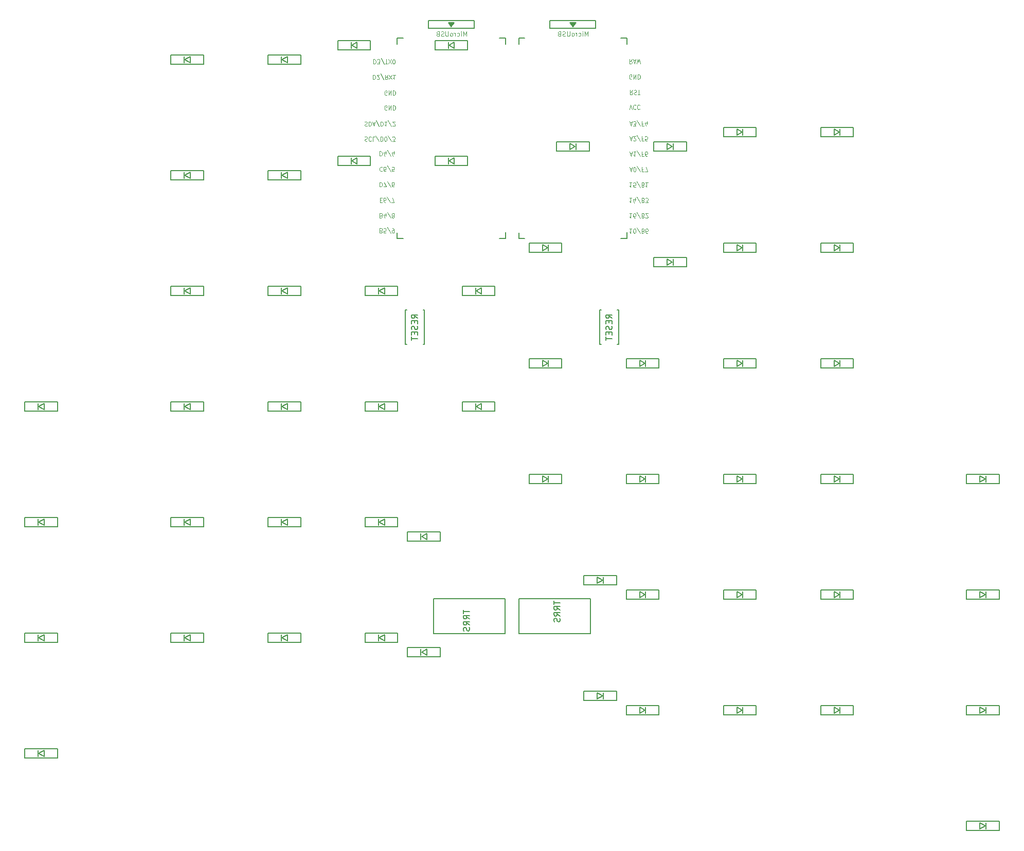
<source format=gbr>
%TF.GenerationSoftware,KiCad,Pcbnew,5.1.9+dfsg1-1*%
%TF.CreationDate,2021-04-08T16:28:42+09:00*%
%TF.ProjectId,not_enough_compositions,6e6f745f-656e-46f7-9567-685f636f6d70,rev?*%
%TF.SameCoordinates,Original*%
%TF.FileFunction,Legend,Bot*%
%TF.FilePolarity,Positive*%
%FSLAX46Y46*%
G04 Gerber Fmt 4.6, Leading zero omitted, Abs format (unit mm)*
G04 Created by KiCad (PCBNEW 5.1.9+dfsg1-1) date 2021-04-08 16:28:42*
%MOMM*%
%LPD*%
G01*
G04 APERTURE LIST*
%ADD10C,0.150000*%
%ADD11C,0.125000*%
%ADD12C,0.120000*%
G04 APERTURE END LIST*
D10*
%TO.C,J1*%
X127100000Y-126725000D02*
X138850000Y-126725000D01*
X127100000Y-120925000D02*
X127100000Y-126725000D01*
X138850000Y-120925000D02*
X127100000Y-120925000D01*
X138850000Y-126725000D02*
X138850000Y-120925000D01*
%TO.C,J2*%
X152900000Y-120925520D02*
X141150000Y-120925520D01*
X152900000Y-126725520D02*
X152900000Y-120925520D01*
X141150000Y-126725520D02*
X152900000Y-126725520D01*
X141150000Y-120925520D02*
X141150000Y-126725520D01*
%TO.C,SW1*%
X125600000Y-73350320D02*
X125350000Y-73350320D01*
X125600000Y-79050320D02*
X125600000Y-73350320D01*
X125600000Y-79050320D02*
X125350000Y-79050320D01*
X122400000Y-79050320D02*
X122650000Y-79050320D01*
X122400000Y-73350320D02*
X122650000Y-73350320D01*
X122400000Y-79050320D02*
X122400000Y-73350320D01*
%TO.C,SW2*%
X157600000Y-73350320D02*
X157600000Y-79050320D01*
X157600000Y-79050320D02*
X157350000Y-79050320D01*
X157600000Y-73350320D02*
X157350000Y-73350320D01*
X154400000Y-73350320D02*
X154650000Y-73350320D01*
X154400000Y-73350320D02*
X154400000Y-79050320D01*
X154400000Y-79050320D02*
X154650000Y-79050320D01*
%TO.C,U1*%
X121100000Y-61625160D02*
X122110000Y-61625160D01*
X138900000Y-61625160D02*
X137900000Y-61625160D01*
X121100000Y-60625160D02*
X121100000Y-61625160D01*
X138900000Y-60575160D02*
X138900000Y-61625160D01*
X121100000Y-28575160D02*
X122050000Y-28575160D01*
X138900000Y-28575160D02*
X137900000Y-28575160D01*
X121100000Y-28575160D02*
X121100000Y-29575160D01*
X138900000Y-28575160D02*
X138900000Y-29575160D01*
X133750000Y-25675160D02*
X133750000Y-26975160D01*
X133750000Y-26975160D02*
X126250000Y-26975160D01*
X126250000Y-26975160D02*
X126250000Y-25675160D01*
X126250000Y-25675160D02*
X133750000Y-25675160D01*
X130500000Y-26025160D02*
X129500000Y-26025160D01*
X129500000Y-26025160D02*
X130000000Y-26675160D01*
X130000000Y-26675160D02*
X130500000Y-26025160D01*
X130350000Y-26175160D02*
X129650000Y-26175160D01*
X130250000Y-26325160D02*
X129750000Y-26325160D01*
X130150000Y-26475160D02*
X129850000Y-26475160D01*
%TO.C,U2*%
X141100000Y-61625160D02*
X142110000Y-61625160D01*
X158900000Y-61625160D02*
X157900000Y-61625160D01*
X141100000Y-60625160D02*
X141100000Y-61625160D01*
X158900000Y-60575160D02*
X158900000Y-61625160D01*
X141100000Y-28575160D02*
X142050000Y-28575160D01*
X158900000Y-28575160D02*
X157900000Y-28575160D01*
X141100000Y-28575160D02*
X141100000Y-29575160D01*
X158900000Y-28575160D02*
X158900000Y-29575160D01*
X153750000Y-25675160D02*
X153750000Y-26975160D01*
X153750000Y-26975160D02*
X146250000Y-26975160D01*
X146250000Y-26975160D02*
X146250000Y-25675160D01*
X146250000Y-25675160D02*
X153750000Y-25675160D01*
X150500000Y-26025160D02*
X149500000Y-26025160D01*
X149500000Y-26025160D02*
X150000000Y-26675160D01*
X150000000Y-26675160D02*
X150500000Y-26025160D01*
X150350000Y-26175160D02*
X149650000Y-26175160D01*
X150250000Y-26325160D02*
X149750000Y-26325160D01*
X150150000Y-26475160D02*
X149850000Y-26475160D01*
%TO.C,D1*%
X129500000Y-30265750D02*
X129500000Y-29265750D01*
X129600000Y-29765750D02*
X130500000Y-30265750D01*
X130500000Y-29265750D02*
X129600000Y-29765750D01*
X130500000Y-30265750D02*
X130500000Y-29265750D01*
X132700000Y-30515750D02*
X132700000Y-29015750D01*
X127300000Y-30515750D02*
X127300000Y-29015750D01*
X132700000Y-30515750D02*
X127300000Y-30515750D01*
X127300000Y-29015750D02*
X132700000Y-29015750D01*
%TO.C,D2*%
X127300000Y-48065830D02*
X132700000Y-48065830D01*
X132700000Y-49565830D02*
X127300000Y-49565830D01*
X127300000Y-49565830D02*
X127300000Y-48065830D01*
X132700000Y-49565830D02*
X132700000Y-48065830D01*
X130500000Y-49315830D02*
X130500000Y-48315830D01*
X130500000Y-48315830D02*
X129600000Y-48815830D01*
X129600000Y-48815830D02*
X130500000Y-49315830D01*
X129500000Y-49315830D02*
X129500000Y-48315830D01*
%TO.C,D3*%
X134000000Y-70746875D02*
X134000000Y-69746875D01*
X134100000Y-70246875D02*
X135000000Y-70746875D01*
X135000000Y-69746875D02*
X134100000Y-70246875D01*
X135000000Y-70746875D02*
X135000000Y-69746875D01*
X137200000Y-70996875D02*
X137200000Y-69496875D01*
X131800000Y-70996875D02*
X131800000Y-69496875D01*
X137200000Y-70996875D02*
X131800000Y-70996875D01*
X131800000Y-69496875D02*
X137200000Y-69496875D01*
%TO.C,D4*%
X131800000Y-88546875D02*
X137200000Y-88546875D01*
X137200000Y-90046875D02*
X131800000Y-90046875D01*
X131800000Y-90046875D02*
X131800000Y-88546875D01*
X137200000Y-90046875D02*
X137200000Y-88546875D01*
X135000000Y-89796875D02*
X135000000Y-88796875D01*
X135000000Y-88796875D02*
X134100000Y-89296875D01*
X134100000Y-89296875D02*
X135000000Y-89796875D01*
X134000000Y-89796875D02*
X134000000Y-88796875D01*
%TO.C,D5*%
X125000000Y-111228590D02*
X125000000Y-110228590D01*
X125100000Y-110728590D02*
X126000000Y-111228590D01*
X126000000Y-110228590D02*
X125100000Y-110728590D01*
X126000000Y-111228590D02*
X126000000Y-110228590D01*
X128200000Y-111478590D02*
X128200000Y-109978590D01*
X122800000Y-111478590D02*
X122800000Y-109978590D01*
X128200000Y-111478590D02*
X122800000Y-111478590D01*
X122800000Y-109978590D02*
X128200000Y-109978590D01*
%TO.C,D6*%
X122800000Y-129028670D02*
X128200000Y-129028670D01*
X128200000Y-130528670D02*
X122800000Y-130528670D01*
X122800000Y-130528670D02*
X122800000Y-129028670D01*
X128200000Y-130528670D02*
X128200000Y-129028670D01*
X126000000Y-130278670D02*
X126000000Y-129278670D01*
X126000000Y-129278670D02*
X125100000Y-129778670D01*
X125100000Y-129778670D02*
X126000000Y-130278670D01*
X125000000Y-130278670D02*
X125000000Y-129278670D01*
%TO.C,D7*%
X155000000Y-136422450D02*
X155000000Y-137422450D01*
X154900000Y-136922450D02*
X154000000Y-136422450D01*
X154000000Y-137422450D02*
X154900000Y-136922450D01*
X154000000Y-136422450D02*
X154000000Y-137422450D01*
X151800000Y-136172450D02*
X151800000Y-137672450D01*
X157200000Y-136172450D02*
X157200000Y-137672450D01*
X151800000Y-136172450D02*
X157200000Y-136172450D01*
X157200000Y-137672450D02*
X151800000Y-137672450D01*
%TO.C,D8*%
X157200000Y-118622370D02*
X151800000Y-118622370D01*
X151800000Y-117122370D02*
X157200000Y-117122370D01*
X157200000Y-117122370D02*
X157200000Y-118622370D01*
X151800000Y-117122370D02*
X151800000Y-118622370D01*
X154000000Y-117372370D02*
X154000000Y-118372370D01*
X154000000Y-118372370D02*
X154900000Y-117872370D01*
X154900000Y-117872370D02*
X154000000Y-117372370D01*
X155000000Y-117372370D02*
X155000000Y-118372370D01*
%TO.C,D9*%
X146000000Y-100703550D02*
X146000000Y-101703550D01*
X145900000Y-101203550D02*
X145000000Y-100703550D01*
X145000000Y-101703550D02*
X145900000Y-101203550D01*
X145000000Y-100703550D02*
X145000000Y-101703550D01*
X142800000Y-100453550D02*
X142800000Y-101953550D01*
X148200000Y-100453550D02*
X148200000Y-101953550D01*
X142800000Y-100453550D02*
X148200000Y-100453550D01*
X148200000Y-101953550D02*
X142800000Y-101953550D01*
%TO.C,D10*%
X148200000Y-82903470D02*
X142800000Y-82903470D01*
X142800000Y-81403470D02*
X148200000Y-81403470D01*
X148200000Y-81403470D02*
X148200000Y-82903470D01*
X142800000Y-81403470D02*
X142800000Y-82903470D01*
X145000000Y-81653470D02*
X145000000Y-82653470D01*
X145000000Y-82653470D02*
X145900000Y-82153470D01*
X145900000Y-82153470D02*
X145000000Y-81653470D01*
X146000000Y-81653470D02*
X146000000Y-82653470D01*
%TO.C,D11*%
X148200000Y-63853125D02*
X142800000Y-63853125D01*
X142800000Y-62353125D02*
X148200000Y-62353125D01*
X148200000Y-62353125D02*
X148200000Y-63853125D01*
X142800000Y-62353125D02*
X142800000Y-63853125D01*
X145000000Y-62603125D02*
X145000000Y-63603125D01*
X145000000Y-63603125D02*
X145900000Y-63103125D01*
X145900000Y-63103125D02*
X145000000Y-62603125D01*
X146000000Y-62603125D02*
X146000000Y-63603125D01*
%TO.C,D12*%
X152700000Y-47184570D02*
X147300000Y-47184570D01*
X147300000Y-45684570D02*
X152700000Y-45684570D01*
X152700000Y-45684570D02*
X152700000Y-47184570D01*
X147300000Y-45684570D02*
X147300000Y-47184570D01*
X149500000Y-45934570D02*
X149500000Y-46934570D01*
X149500000Y-46934570D02*
X150400000Y-46434570D01*
X150400000Y-46434570D02*
X149500000Y-45934570D01*
X150500000Y-45934570D02*
X150500000Y-46934570D01*
%TO.C,D13*%
X113500000Y-30265750D02*
X113500000Y-29265750D01*
X113600000Y-29765750D02*
X114500000Y-30265750D01*
X114500000Y-29265750D02*
X113600000Y-29765750D01*
X114500000Y-30265750D02*
X114500000Y-29265750D01*
X116700000Y-30515750D02*
X116700000Y-29015750D01*
X111300000Y-30515750D02*
X111300000Y-29015750D01*
X116700000Y-30515750D02*
X111300000Y-30515750D01*
X111300000Y-29015750D02*
X116700000Y-29015750D01*
%TO.C,D14*%
X111300000Y-48065830D02*
X116700000Y-48065830D01*
X116700000Y-49565830D02*
X111300000Y-49565830D01*
X111300000Y-49565830D02*
X111300000Y-48065830D01*
X116700000Y-49565830D02*
X116700000Y-48065830D01*
X114500000Y-49315830D02*
X114500000Y-48315830D01*
X114500000Y-48315830D02*
X113600000Y-48815830D01*
X113600000Y-48815830D02*
X114500000Y-49315830D01*
X113500000Y-49315830D02*
X113500000Y-48315830D01*
%TO.C,D15*%
X115800000Y-69496875D02*
X121200000Y-69496875D01*
X121200000Y-70996875D02*
X115800000Y-70996875D01*
X115800000Y-70996875D02*
X115800000Y-69496875D01*
X121200000Y-70996875D02*
X121200000Y-69496875D01*
X119000000Y-70746875D02*
X119000000Y-69746875D01*
X119000000Y-69746875D02*
X118100000Y-70246875D01*
X118100000Y-70246875D02*
X119000000Y-70746875D01*
X118000000Y-70746875D02*
X118000000Y-69746875D01*
%TO.C,D16*%
X115800000Y-88546875D02*
X121200000Y-88546875D01*
X121200000Y-90046875D02*
X115800000Y-90046875D01*
X115800000Y-90046875D02*
X115800000Y-88546875D01*
X121200000Y-90046875D02*
X121200000Y-88546875D01*
X119000000Y-89796875D02*
X119000000Y-88796875D01*
X119000000Y-88796875D02*
X118100000Y-89296875D01*
X118100000Y-89296875D02*
X119000000Y-89796875D01*
X118000000Y-89796875D02*
X118000000Y-88796875D01*
%TO.C,D17*%
X118000000Y-108846875D02*
X118000000Y-107846875D01*
X118100000Y-108346875D02*
X119000000Y-108846875D01*
X119000000Y-107846875D02*
X118100000Y-108346875D01*
X119000000Y-108846875D02*
X119000000Y-107846875D01*
X121200000Y-109096875D02*
X121200000Y-107596875D01*
X115800000Y-109096875D02*
X115800000Y-107596875D01*
X121200000Y-109096875D02*
X115800000Y-109096875D01*
X115800000Y-107596875D02*
X121200000Y-107596875D01*
%TO.C,D18*%
X115800000Y-126646875D02*
X121200000Y-126646875D01*
X121200000Y-128146875D02*
X115800000Y-128146875D01*
X115800000Y-128146875D02*
X115800000Y-126646875D01*
X121200000Y-128146875D02*
X121200000Y-126646875D01*
X119000000Y-127896875D02*
X119000000Y-126896875D01*
X119000000Y-126896875D02*
X118100000Y-127396875D01*
X118100000Y-127396875D02*
X119000000Y-127896875D01*
X118000000Y-127896875D02*
X118000000Y-126896875D01*
%TO.C,D19*%
X162000000Y-138803710D02*
X162000000Y-139803710D01*
X161900000Y-139303710D02*
X161000000Y-138803710D01*
X161000000Y-139803710D02*
X161900000Y-139303710D01*
X161000000Y-138803710D02*
X161000000Y-139803710D01*
X158800000Y-138553710D02*
X158800000Y-140053710D01*
X164200000Y-138553710D02*
X164200000Y-140053710D01*
X158800000Y-138553710D02*
X164200000Y-138553710D01*
X164200000Y-140053710D02*
X158800000Y-140053710D01*
%TO.C,D20*%
X164200000Y-121003630D02*
X158800000Y-121003630D01*
X158800000Y-119503630D02*
X164200000Y-119503630D01*
X164200000Y-119503630D02*
X164200000Y-121003630D01*
X158800000Y-119503630D02*
X158800000Y-121003630D01*
X161000000Y-119753630D02*
X161000000Y-120753630D01*
X161000000Y-120753630D02*
X161900000Y-120253630D01*
X161900000Y-120253630D02*
X161000000Y-119753630D01*
X162000000Y-119753630D02*
X162000000Y-120753630D01*
%TO.C,D21*%
X162000000Y-100703550D02*
X162000000Y-101703550D01*
X161900000Y-101203550D02*
X161000000Y-100703550D01*
X161000000Y-101703550D02*
X161900000Y-101203550D01*
X161000000Y-100703550D02*
X161000000Y-101703550D01*
X158800000Y-100453550D02*
X158800000Y-101953550D01*
X164200000Y-100453550D02*
X164200000Y-101953550D01*
X158800000Y-100453550D02*
X164200000Y-100453550D01*
X164200000Y-101953550D02*
X158800000Y-101953550D01*
%TO.C,D22*%
X164200000Y-82903470D02*
X158800000Y-82903470D01*
X158800000Y-81403470D02*
X164200000Y-81403470D01*
X164200000Y-81403470D02*
X164200000Y-82903470D01*
X158800000Y-81403470D02*
X158800000Y-82903470D01*
X161000000Y-81653470D02*
X161000000Y-82653470D01*
X161000000Y-82653470D02*
X161900000Y-82153470D01*
X161900000Y-82153470D02*
X161000000Y-81653470D01*
X162000000Y-81653470D02*
X162000000Y-82653470D01*
%TO.C,D23*%
X166500000Y-64984650D02*
X166500000Y-65984650D01*
X166400000Y-65484650D02*
X165500000Y-64984650D01*
X165500000Y-65984650D02*
X166400000Y-65484650D01*
X165500000Y-64984650D02*
X165500000Y-65984650D01*
X163300000Y-64734650D02*
X163300000Y-66234650D01*
X168700000Y-64734650D02*
X168700000Y-66234650D01*
X163300000Y-64734650D02*
X168700000Y-64734650D01*
X168700000Y-66234650D02*
X163300000Y-66234650D01*
%TO.C,D24*%
X168700000Y-47184570D02*
X163300000Y-47184570D01*
X163300000Y-45684570D02*
X168700000Y-45684570D01*
X168700000Y-45684570D02*
X168700000Y-47184570D01*
X163300000Y-45684570D02*
X163300000Y-47184570D01*
X165500000Y-45934570D02*
X165500000Y-46934570D01*
X165500000Y-46934570D02*
X166400000Y-46434570D01*
X166400000Y-46434570D02*
X165500000Y-45934570D01*
X166500000Y-45934570D02*
X166500000Y-46934570D01*
%TO.C,D25*%
X102000000Y-32646875D02*
X102000000Y-31646875D01*
X102100000Y-32146875D02*
X103000000Y-32646875D01*
X103000000Y-31646875D02*
X102100000Y-32146875D01*
X103000000Y-32646875D02*
X103000000Y-31646875D01*
X105200000Y-32896875D02*
X105200000Y-31396875D01*
X99800000Y-32896875D02*
X99800000Y-31396875D01*
X105200000Y-32896875D02*
X99800000Y-32896875D01*
X99800000Y-31396875D02*
X105200000Y-31396875D01*
%TO.C,D26*%
X99800000Y-50446875D02*
X105200000Y-50446875D01*
X105200000Y-51946875D02*
X99800000Y-51946875D01*
X99800000Y-51946875D02*
X99800000Y-50446875D01*
X105200000Y-51946875D02*
X105200000Y-50446875D01*
X103000000Y-51696875D02*
X103000000Y-50696875D01*
X103000000Y-50696875D02*
X102100000Y-51196875D01*
X102100000Y-51196875D02*
X103000000Y-51696875D01*
X102000000Y-51696875D02*
X102000000Y-50696875D01*
%TO.C,D27*%
X102000000Y-70746875D02*
X102000000Y-69746875D01*
X102100000Y-70246875D02*
X103000000Y-70746875D01*
X103000000Y-69746875D02*
X102100000Y-70246875D01*
X103000000Y-70746875D02*
X103000000Y-69746875D01*
X105200000Y-70996875D02*
X105200000Y-69496875D01*
X99800000Y-70996875D02*
X99800000Y-69496875D01*
X105200000Y-70996875D02*
X99800000Y-70996875D01*
X99800000Y-69496875D02*
X105200000Y-69496875D01*
%TO.C,D28*%
X99800000Y-88546875D02*
X105200000Y-88546875D01*
X105200000Y-90046875D02*
X99800000Y-90046875D01*
X99800000Y-90046875D02*
X99800000Y-88546875D01*
X105200000Y-90046875D02*
X105200000Y-88546875D01*
X103000000Y-89796875D02*
X103000000Y-88796875D01*
X103000000Y-88796875D02*
X102100000Y-89296875D01*
X102100000Y-89296875D02*
X103000000Y-89796875D01*
X102000000Y-89796875D02*
X102000000Y-88796875D01*
%TO.C,D29*%
X102000000Y-108846875D02*
X102000000Y-107846875D01*
X102100000Y-108346875D02*
X103000000Y-108846875D01*
X103000000Y-107846875D02*
X102100000Y-108346875D01*
X103000000Y-108846875D02*
X103000000Y-107846875D01*
X105200000Y-109096875D02*
X105200000Y-107596875D01*
X99800000Y-109096875D02*
X99800000Y-107596875D01*
X105200000Y-109096875D02*
X99800000Y-109096875D01*
X99800000Y-107596875D02*
X105200000Y-107596875D01*
%TO.C,D30*%
X102000000Y-127896875D02*
X102000000Y-126896875D01*
X102100000Y-127396875D02*
X103000000Y-127896875D01*
X103000000Y-126896875D02*
X102100000Y-127396875D01*
X103000000Y-127896875D02*
X103000000Y-126896875D01*
X105200000Y-128146875D02*
X105200000Y-126646875D01*
X99800000Y-128146875D02*
X99800000Y-126646875D01*
X105200000Y-128146875D02*
X99800000Y-128146875D01*
X99800000Y-126646875D02*
X105200000Y-126646875D01*
%TO.C,D31*%
X178000000Y-138803710D02*
X178000000Y-139803710D01*
X177900000Y-139303710D02*
X177000000Y-138803710D01*
X177000000Y-139803710D02*
X177900000Y-139303710D01*
X177000000Y-138803710D02*
X177000000Y-139803710D01*
X174800000Y-138553710D02*
X174800000Y-140053710D01*
X180200000Y-138553710D02*
X180200000Y-140053710D01*
X174800000Y-138553710D02*
X180200000Y-138553710D01*
X180200000Y-140053710D02*
X174800000Y-140053710D01*
%TO.C,D32*%
X178000000Y-119753630D02*
X178000000Y-120753630D01*
X177900000Y-120253630D02*
X177000000Y-119753630D01*
X177000000Y-120753630D02*
X177900000Y-120253630D01*
X177000000Y-119753630D02*
X177000000Y-120753630D01*
X174800000Y-119503630D02*
X174800000Y-121003630D01*
X180200000Y-119503630D02*
X180200000Y-121003630D01*
X174800000Y-119503630D02*
X180200000Y-119503630D01*
X180200000Y-121003630D02*
X174800000Y-121003630D01*
%TO.C,D33*%
X180200000Y-101953550D02*
X174800000Y-101953550D01*
X174800000Y-100453550D02*
X180200000Y-100453550D01*
X180200000Y-100453550D02*
X180200000Y-101953550D01*
X174800000Y-100453550D02*
X174800000Y-101953550D01*
X177000000Y-100703550D02*
X177000000Y-101703550D01*
X177000000Y-101703550D02*
X177900000Y-101203550D01*
X177900000Y-101203550D02*
X177000000Y-100703550D01*
X178000000Y-100703550D02*
X178000000Y-101703550D01*
%TO.C,D34*%
X178000000Y-81653470D02*
X178000000Y-82653470D01*
X177900000Y-82153470D02*
X177000000Y-81653470D01*
X177000000Y-82653470D02*
X177900000Y-82153470D01*
X177000000Y-81653470D02*
X177000000Y-82653470D01*
X174800000Y-81403470D02*
X174800000Y-82903470D01*
X180200000Y-81403470D02*
X180200000Y-82903470D01*
X174800000Y-81403470D02*
X180200000Y-81403470D01*
X180200000Y-82903470D02*
X174800000Y-82903470D01*
%TO.C,D35*%
X178000000Y-62603390D02*
X178000000Y-63603390D01*
X177900000Y-63103390D02*
X177000000Y-62603390D01*
X177000000Y-63603390D02*
X177900000Y-63103390D01*
X177000000Y-62603390D02*
X177000000Y-63603390D01*
X174800000Y-62353390D02*
X174800000Y-63853390D01*
X180200000Y-62353390D02*
X180200000Y-63853390D01*
X174800000Y-62353390D02*
X180200000Y-62353390D01*
X180200000Y-63853390D02*
X174800000Y-63853390D01*
%TO.C,D36*%
X180200000Y-44803310D02*
X174800000Y-44803310D01*
X174800000Y-43303310D02*
X180200000Y-43303310D01*
X180200000Y-43303310D02*
X180200000Y-44803310D01*
X174800000Y-43303310D02*
X174800000Y-44803310D01*
X177000000Y-43553310D02*
X177000000Y-44553310D01*
X177000000Y-44553310D02*
X177900000Y-44053310D01*
X177900000Y-44053310D02*
X177000000Y-43553310D01*
X178000000Y-43553310D02*
X178000000Y-44553310D01*
%TO.C,D37*%
X83800000Y-31396875D02*
X89200000Y-31396875D01*
X89200000Y-32896875D02*
X83800000Y-32896875D01*
X83800000Y-32896875D02*
X83800000Y-31396875D01*
X89200000Y-32896875D02*
X89200000Y-31396875D01*
X87000000Y-32646875D02*
X87000000Y-31646875D01*
X87000000Y-31646875D02*
X86100000Y-32146875D01*
X86100000Y-32146875D02*
X87000000Y-32646875D01*
X86000000Y-32646875D02*
X86000000Y-31646875D01*
%TO.C,D38*%
X83800000Y-50446875D02*
X89200000Y-50446875D01*
X89200000Y-51946875D02*
X83800000Y-51946875D01*
X83800000Y-51946875D02*
X83800000Y-50446875D01*
X89200000Y-51946875D02*
X89200000Y-50446875D01*
X87000000Y-51696875D02*
X87000000Y-50696875D01*
X87000000Y-50696875D02*
X86100000Y-51196875D01*
X86100000Y-51196875D02*
X87000000Y-51696875D01*
X86000000Y-51696875D02*
X86000000Y-50696875D01*
%TO.C,D39*%
X86000000Y-70746875D02*
X86000000Y-69746875D01*
X86100000Y-70246875D02*
X87000000Y-70746875D01*
X87000000Y-69746875D02*
X86100000Y-70246875D01*
X87000000Y-70746875D02*
X87000000Y-69746875D01*
X89200000Y-70996875D02*
X89200000Y-69496875D01*
X83800000Y-70996875D02*
X83800000Y-69496875D01*
X89200000Y-70996875D02*
X83800000Y-70996875D01*
X83800000Y-69496875D02*
X89200000Y-69496875D01*
%TO.C,D40*%
X83800000Y-88546875D02*
X89200000Y-88546875D01*
X89200000Y-90046875D02*
X83800000Y-90046875D01*
X83800000Y-90046875D02*
X83800000Y-88546875D01*
X89200000Y-90046875D02*
X89200000Y-88546875D01*
X87000000Y-89796875D02*
X87000000Y-88796875D01*
X87000000Y-88796875D02*
X86100000Y-89296875D01*
X86100000Y-89296875D02*
X87000000Y-89796875D01*
X86000000Y-89796875D02*
X86000000Y-88796875D01*
%TO.C,D41*%
X86000000Y-108846875D02*
X86000000Y-107846875D01*
X86100000Y-108346875D02*
X87000000Y-108846875D01*
X87000000Y-107846875D02*
X86100000Y-108346875D01*
X87000000Y-108846875D02*
X87000000Y-107846875D01*
X89200000Y-109096875D02*
X89200000Y-107596875D01*
X83800000Y-109096875D02*
X83800000Y-107596875D01*
X89200000Y-109096875D02*
X83800000Y-109096875D01*
X83800000Y-107596875D02*
X89200000Y-107596875D01*
%TO.C,D42*%
X83800000Y-126646875D02*
X89200000Y-126646875D01*
X89200000Y-128146875D02*
X83800000Y-128146875D01*
X83800000Y-128146875D02*
X83800000Y-126646875D01*
X89200000Y-128146875D02*
X89200000Y-126646875D01*
X87000000Y-127896875D02*
X87000000Y-126896875D01*
X87000000Y-126896875D02*
X86100000Y-127396875D01*
X86100000Y-127396875D02*
X87000000Y-127896875D01*
X86000000Y-127896875D02*
X86000000Y-126896875D01*
%TO.C,D43*%
X194000000Y-138803710D02*
X194000000Y-139803710D01*
X193900000Y-139303710D02*
X193000000Y-138803710D01*
X193000000Y-139803710D02*
X193900000Y-139303710D01*
X193000000Y-138803710D02*
X193000000Y-139803710D01*
X190800000Y-138553710D02*
X190800000Y-140053710D01*
X196200000Y-138553710D02*
X196200000Y-140053710D01*
X190800000Y-138553710D02*
X196200000Y-138553710D01*
X196200000Y-140053710D02*
X190800000Y-140053710D01*
%TO.C,D44*%
X196200000Y-121003630D02*
X190800000Y-121003630D01*
X190800000Y-119503630D02*
X196200000Y-119503630D01*
X196200000Y-119503630D02*
X196200000Y-121003630D01*
X190800000Y-119503630D02*
X190800000Y-121003630D01*
X193000000Y-119753630D02*
X193000000Y-120753630D01*
X193000000Y-120753630D02*
X193900000Y-120253630D01*
X193900000Y-120253630D02*
X193000000Y-119753630D01*
X194000000Y-119753630D02*
X194000000Y-120753630D01*
%TO.C,D45*%
X194000000Y-100703550D02*
X194000000Y-101703550D01*
X193900000Y-101203550D02*
X193000000Y-100703550D01*
X193000000Y-101703550D02*
X193900000Y-101203550D01*
X193000000Y-100703550D02*
X193000000Y-101703550D01*
X190800000Y-100453550D02*
X190800000Y-101953550D01*
X196200000Y-100453550D02*
X196200000Y-101953550D01*
X190800000Y-100453550D02*
X196200000Y-100453550D01*
X196200000Y-101953550D02*
X190800000Y-101953550D01*
%TO.C,D46*%
X196200000Y-82903470D02*
X190800000Y-82903470D01*
X190800000Y-81403470D02*
X196200000Y-81403470D01*
X196200000Y-81403470D02*
X196200000Y-82903470D01*
X190800000Y-81403470D02*
X190800000Y-82903470D01*
X193000000Y-81653470D02*
X193000000Y-82653470D01*
X193000000Y-82653470D02*
X193900000Y-82153470D01*
X193900000Y-82153470D02*
X193000000Y-81653470D01*
X194000000Y-81653470D02*
X194000000Y-82653470D01*
%TO.C,D47*%
X194000000Y-62603390D02*
X194000000Y-63603390D01*
X193900000Y-63103390D02*
X193000000Y-62603390D01*
X193000000Y-63603390D02*
X193900000Y-63103390D01*
X193000000Y-62603390D02*
X193000000Y-63603390D01*
X190800000Y-62353390D02*
X190800000Y-63853390D01*
X196200000Y-62353390D02*
X196200000Y-63853390D01*
X190800000Y-62353390D02*
X196200000Y-62353390D01*
X196200000Y-63853390D02*
X190800000Y-63853390D01*
%TO.C,D48*%
X196200000Y-44803310D02*
X190800000Y-44803310D01*
X190800000Y-43303310D02*
X196200000Y-43303310D01*
X196200000Y-43303310D02*
X196200000Y-44803310D01*
X190800000Y-43303310D02*
X190800000Y-44803310D01*
X193000000Y-43553310D02*
X193000000Y-44553310D01*
X193000000Y-44553310D02*
X193900000Y-44053310D01*
X193900000Y-44053310D02*
X193000000Y-43553310D01*
X194000000Y-43553310D02*
X194000000Y-44553310D01*
%TO.C,D49*%
X59800000Y-88546875D02*
X65200000Y-88546875D01*
X65200000Y-90046875D02*
X59800000Y-90046875D01*
X59800000Y-90046875D02*
X59800000Y-88546875D01*
X65200000Y-90046875D02*
X65200000Y-88546875D01*
X63000000Y-89796875D02*
X63000000Y-88796875D01*
X63000000Y-88796875D02*
X62100000Y-89296875D01*
X62100000Y-89296875D02*
X63000000Y-89796875D01*
X62000000Y-89796875D02*
X62000000Y-88796875D01*
%TO.C,D50*%
X59800000Y-107596875D02*
X65200000Y-107596875D01*
X65200000Y-109096875D02*
X59800000Y-109096875D01*
X59800000Y-109096875D02*
X59800000Y-107596875D01*
X65200000Y-109096875D02*
X65200000Y-107596875D01*
X63000000Y-108846875D02*
X63000000Y-107846875D01*
X63000000Y-107846875D02*
X62100000Y-108346875D01*
X62100000Y-108346875D02*
X63000000Y-108846875D01*
X62000000Y-108846875D02*
X62000000Y-107846875D01*
%TO.C,D51*%
X62000000Y-127896875D02*
X62000000Y-126896875D01*
X62100000Y-127396875D02*
X63000000Y-127896875D01*
X63000000Y-126896875D02*
X62100000Y-127396875D01*
X63000000Y-127896875D02*
X63000000Y-126896875D01*
X65200000Y-128146875D02*
X65200000Y-126646875D01*
X59800000Y-128146875D02*
X59800000Y-126646875D01*
X65200000Y-128146875D02*
X59800000Y-128146875D01*
X59800000Y-126646875D02*
X65200000Y-126646875D01*
%TO.C,D52*%
X59800000Y-145696875D02*
X65200000Y-145696875D01*
X65200000Y-147196875D02*
X59800000Y-147196875D01*
X59800000Y-147196875D02*
X59800000Y-145696875D01*
X65200000Y-147196875D02*
X65200000Y-145696875D01*
X63000000Y-146946875D02*
X63000000Y-145946875D01*
X63000000Y-145946875D02*
X62100000Y-146446875D01*
X62100000Y-146446875D02*
X63000000Y-146946875D01*
X62000000Y-146946875D02*
X62000000Y-145946875D01*
%TO.C,D53*%
X220200000Y-140053125D02*
X214800000Y-140053125D01*
X214800000Y-138553125D02*
X220200000Y-138553125D01*
X220200000Y-138553125D02*
X220200000Y-140053125D01*
X214800000Y-138553125D02*
X214800000Y-140053125D01*
X217000000Y-138803125D02*
X217000000Y-139803125D01*
X217000000Y-139803125D02*
X217900000Y-139303125D01*
X217900000Y-139303125D02*
X217000000Y-138803125D01*
X218000000Y-138803125D02*
X218000000Y-139803125D01*
%TO.C,D54*%
X220200000Y-159103125D02*
X214800000Y-159103125D01*
X214800000Y-157603125D02*
X220200000Y-157603125D01*
X220200000Y-157603125D02*
X220200000Y-159103125D01*
X214800000Y-157603125D02*
X214800000Y-159103125D01*
X217000000Y-157853125D02*
X217000000Y-158853125D01*
X217000000Y-158853125D02*
X217900000Y-158353125D01*
X217900000Y-158353125D02*
X217000000Y-157853125D01*
X218000000Y-157853125D02*
X218000000Y-158853125D01*
%TO.C,D55*%
X218000000Y-100703125D02*
X218000000Y-101703125D01*
X217900000Y-101203125D02*
X217000000Y-100703125D01*
X217000000Y-101703125D02*
X217900000Y-101203125D01*
X217000000Y-100703125D02*
X217000000Y-101703125D01*
X214800000Y-100453125D02*
X214800000Y-101953125D01*
X220200000Y-100453125D02*
X220200000Y-101953125D01*
X214800000Y-100453125D02*
X220200000Y-100453125D01*
X220200000Y-101953125D02*
X214800000Y-101953125D01*
%TO.C,D56*%
X220200000Y-121003125D02*
X214800000Y-121003125D01*
X214800000Y-119503125D02*
X220200000Y-119503125D01*
X220200000Y-119503125D02*
X220200000Y-121003125D01*
X214800000Y-119503125D02*
X214800000Y-121003125D01*
X217000000Y-119753125D02*
X217000000Y-120753125D01*
X217000000Y-120753125D02*
X217900000Y-120253125D01*
X217900000Y-120253125D02*
X217000000Y-119753125D01*
X218000000Y-119753125D02*
X218000000Y-120753125D01*
%TO.C,J1*%
X132002380Y-122813095D02*
X132002380Y-123384523D01*
X133002380Y-123098809D02*
X132002380Y-123098809D01*
X133002380Y-124289285D02*
X132526190Y-123955952D01*
X133002380Y-123717857D02*
X132002380Y-123717857D01*
X132002380Y-124098809D01*
X132050000Y-124194047D01*
X132097619Y-124241666D01*
X132192857Y-124289285D01*
X132335714Y-124289285D01*
X132430952Y-124241666D01*
X132478571Y-124194047D01*
X132526190Y-124098809D01*
X132526190Y-123717857D01*
X133002380Y-125289285D02*
X132526190Y-124955952D01*
X133002380Y-124717857D02*
X132002380Y-124717857D01*
X132002380Y-125098809D01*
X132050000Y-125194047D01*
X132097619Y-125241666D01*
X132192857Y-125289285D01*
X132335714Y-125289285D01*
X132430952Y-125241666D01*
X132478571Y-125194047D01*
X132526190Y-125098809D01*
X132526190Y-124717857D01*
X132954761Y-125670238D02*
X133002380Y-125813095D01*
X133002380Y-126051190D01*
X132954761Y-126146428D01*
X132907142Y-126194047D01*
X132811904Y-126241666D01*
X132716666Y-126241666D01*
X132621428Y-126194047D01*
X132573809Y-126146428D01*
X132526190Y-126051190D01*
X132478571Y-125860714D01*
X132430952Y-125765476D01*
X132383333Y-125717857D01*
X132288095Y-125670238D01*
X132192857Y-125670238D01*
X132097619Y-125717857D01*
X132050000Y-125765476D01*
X132002380Y-125860714D01*
X132002380Y-126098809D01*
X132050000Y-126241666D01*
%TO.C,J2*%
X146902380Y-121313615D02*
X146902380Y-121885043D01*
X147902380Y-121599329D02*
X146902380Y-121599329D01*
X147902380Y-122789805D02*
X147426190Y-122456472D01*
X147902380Y-122218377D02*
X146902380Y-122218377D01*
X146902380Y-122599329D01*
X146950000Y-122694567D01*
X146997619Y-122742186D01*
X147092857Y-122789805D01*
X147235714Y-122789805D01*
X147330952Y-122742186D01*
X147378571Y-122694567D01*
X147426190Y-122599329D01*
X147426190Y-122218377D01*
X147902380Y-123789805D02*
X147426190Y-123456472D01*
X147902380Y-123218377D02*
X146902380Y-123218377D01*
X146902380Y-123599329D01*
X146950000Y-123694567D01*
X146997619Y-123742186D01*
X147092857Y-123789805D01*
X147235714Y-123789805D01*
X147330952Y-123742186D01*
X147378571Y-123694567D01*
X147426190Y-123599329D01*
X147426190Y-123218377D01*
X147854761Y-124170758D02*
X147902380Y-124313615D01*
X147902380Y-124551710D01*
X147854761Y-124646948D01*
X147807142Y-124694567D01*
X147711904Y-124742186D01*
X147616666Y-124742186D01*
X147521428Y-124694567D01*
X147473809Y-124646948D01*
X147426190Y-124551710D01*
X147378571Y-124361234D01*
X147330952Y-124265996D01*
X147283333Y-124218377D01*
X147188095Y-124170758D01*
X147092857Y-124170758D01*
X146997619Y-124218377D01*
X146950000Y-124265996D01*
X146902380Y-124361234D01*
X146902380Y-124599329D01*
X146950000Y-124742186D01*
%TO.C,SW1*%
X124452380Y-74747939D02*
X123976190Y-74414605D01*
X124452380Y-74176510D02*
X123452380Y-74176510D01*
X123452380Y-74557462D01*
X123500000Y-74652700D01*
X123547619Y-74700320D01*
X123642857Y-74747939D01*
X123785714Y-74747939D01*
X123880952Y-74700320D01*
X123928571Y-74652700D01*
X123976190Y-74557462D01*
X123976190Y-74176510D01*
X123928571Y-75176510D02*
X123928571Y-75509843D01*
X124452380Y-75652700D02*
X124452380Y-75176510D01*
X123452380Y-75176510D01*
X123452380Y-75652700D01*
X124404761Y-76033653D02*
X124452380Y-76176510D01*
X124452380Y-76414605D01*
X124404761Y-76509843D01*
X124357142Y-76557462D01*
X124261904Y-76605081D01*
X124166666Y-76605081D01*
X124071428Y-76557462D01*
X124023809Y-76509843D01*
X123976190Y-76414605D01*
X123928571Y-76224129D01*
X123880952Y-76128891D01*
X123833333Y-76081272D01*
X123738095Y-76033653D01*
X123642857Y-76033653D01*
X123547619Y-76081272D01*
X123500000Y-76128891D01*
X123452380Y-76224129D01*
X123452380Y-76462224D01*
X123500000Y-76605081D01*
X123928571Y-77033653D02*
X123928571Y-77366986D01*
X124452380Y-77509843D02*
X124452380Y-77033653D01*
X123452380Y-77033653D01*
X123452380Y-77509843D01*
X123452380Y-77795558D02*
X123452380Y-78366986D01*
X124452380Y-78081272D02*
X123452380Y-78081272D01*
%TO.C,SW2*%
X156452380Y-74747939D02*
X155976190Y-74414605D01*
X156452380Y-74176510D02*
X155452380Y-74176510D01*
X155452380Y-74557462D01*
X155500000Y-74652700D01*
X155547619Y-74700320D01*
X155642857Y-74747939D01*
X155785714Y-74747939D01*
X155880952Y-74700320D01*
X155928571Y-74652700D01*
X155976190Y-74557462D01*
X155976190Y-74176510D01*
X155928571Y-75176510D02*
X155928571Y-75509843D01*
X156452380Y-75652700D02*
X156452380Y-75176510D01*
X155452380Y-75176510D01*
X155452380Y-75652700D01*
X156404761Y-76033653D02*
X156452380Y-76176510D01*
X156452380Y-76414605D01*
X156404761Y-76509843D01*
X156357142Y-76557462D01*
X156261904Y-76605081D01*
X156166666Y-76605081D01*
X156071428Y-76557462D01*
X156023809Y-76509843D01*
X155976190Y-76414605D01*
X155928571Y-76224129D01*
X155880952Y-76128891D01*
X155833333Y-76081272D01*
X155738095Y-76033653D01*
X155642857Y-76033653D01*
X155547619Y-76081272D01*
X155500000Y-76128891D01*
X155452380Y-76224129D01*
X155452380Y-76462224D01*
X155500000Y-76605081D01*
X155928571Y-77033653D02*
X155928571Y-77366986D01*
X156452380Y-77509843D02*
X156452380Y-77033653D01*
X155452380Y-77033653D01*
X155452380Y-77509843D01*
X155452380Y-77795558D02*
X155452380Y-78366986D01*
X156452380Y-78081272D02*
X155452380Y-78081272D01*
%TO.C,U1*%
D11*
X118262380Y-55278731D02*
X118485714Y-55278731D01*
X118581428Y-54885874D02*
X118262380Y-54885874D01*
X118262380Y-55635874D01*
X118581428Y-55635874D01*
X119155714Y-55635874D02*
X119028095Y-55635874D01*
X118964285Y-55600160D01*
X118932380Y-55564445D01*
X118868571Y-55457302D01*
X118836666Y-55314445D01*
X118836666Y-55028731D01*
X118868571Y-54957302D01*
X118900476Y-54921588D01*
X118964285Y-54885874D01*
X119091904Y-54885874D01*
X119155714Y-54921588D01*
X119187619Y-54957302D01*
X119219523Y-55028731D01*
X119219523Y-55207302D01*
X119187619Y-55278731D01*
X119155714Y-55314445D01*
X119091904Y-55350160D01*
X118964285Y-55350160D01*
X118900476Y-55314445D01*
X118868571Y-55278731D01*
X118836666Y-55207302D01*
X119985238Y-55671588D02*
X119410952Y-54707302D01*
X120144761Y-55635874D02*
X120591428Y-55635874D01*
X120304285Y-54885874D01*
X118230476Y-52335874D02*
X118230476Y-53085874D01*
X118390000Y-53085874D01*
X118485714Y-53050160D01*
X118549523Y-52978731D01*
X118581428Y-52907302D01*
X118613333Y-52764445D01*
X118613333Y-52657302D01*
X118581428Y-52514445D01*
X118549523Y-52443017D01*
X118485714Y-52371588D01*
X118390000Y-52335874D01*
X118230476Y-52335874D01*
X118836666Y-53085874D02*
X119283333Y-53085874D01*
X118996190Y-52335874D01*
X120017142Y-53121588D02*
X119442857Y-52157302D01*
X120527619Y-53085874D02*
X120400000Y-53085874D01*
X120336190Y-53050160D01*
X120304285Y-53014445D01*
X120240476Y-52907302D01*
X120208571Y-52764445D01*
X120208571Y-52478731D01*
X120240476Y-52407302D01*
X120272380Y-52371588D01*
X120336190Y-52335874D01*
X120463809Y-52335874D01*
X120527619Y-52371588D01*
X120559523Y-52407302D01*
X120591428Y-52478731D01*
X120591428Y-52657302D01*
X120559523Y-52728731D01*
X120527619Y-52764445D01*
X120463809Y-52800160D01*
X120336190Y-52800160D01*
X120272380Y-52764445D01*
X120240476Y-52728731D01*
X120208571Y-52657302D01*
X119384523Y-37950160D02*
X119320714Y-37985874D01*
X119225000Y-37985874D01*
X119129285Y-37950160D01*
X119065476Y-37878731D01*
X119033571Y-37807302D01*
X119001666Y-37664445D01*
X119001666Y-37557302D01*
X119033571Y-37414445D01*
X119065476Y-37343017D01*
X119129285Y-37271588D01*
X119225000Y-37235874D01*
X119288809Y-37235874D01*
X119384523Y-37271588D01*
X119416428Y-37307302D01*
X119416428Y-37557302D01*
X119288809Y-37557302D01*
X119703571Y-37235874D02*
X119703571Y-37985874D01*
X120086428Y-37235874D01*
X120086428Y-37985874D01*
X120405476Y-37235874D02*
X120405476Y-37985874D01*
X120565000Y-37985874D01*
X120660714Y-37950160D01*
X120724523Y-37878731D01*
X120756428Y-37807302D01*
X120788333Y-37664445D01*
X120788333Y-37557302D01*
X120756428Y-37414445D01*
X120724523Y-37343017D01*
X120660714Y-37271588D01*
X120565000Y-37235874D01*
X120405476Y-37235874D01*
X119384523Y-40400160D02*
X119320714Y-40435874D01*
X119225000Y-40435874D01*
X119129285Y-40400160D01*
X119065476Y-40328731D01*
X119033571Y-40257302D01*
X119001666Y-40114445D01*
X119001666Y-40007302D01*
X119033571Y-39864445D01*
X119065476Y-39793017D01*
X119129285Y-39721588D01*
X119225000Y-39685874D01*
X119288809Y-39685874D01*
X119384523Y-39721588D01*
X119416428Y-39757302D01*
X119416428Y-40007302D01*
X119288809Y-40007302D01*
X119703571Y-39685874D02*
X119703571Y-40435874D01*
X120086428Y-39685874D01*
X120086428Y-40435874D01*
X120405476Y-39685874D02*
X120405476Y-40435874D01*
X120565000Y-40435874D01*
X120660714Y-40400160D01*
X120724523Y-40328731D01*
X120756428Y-40257302D01*
X120788333Y-40114445D01*
X120788333Y-40007302D01*
X120756428Y-39864445D01*
X120724523Y-39793017D01*
X120660714Y-39721588D01*
X120565000Y-39685874D01*
X120405476Y-39685874D01*
X117206190Y-32085874D02*
X117206190Y-32835874D01*
X117365714Y-32835874D01*
X117461428Y-32800160D01*
X117525238Y-32728731D01*
X117557142Y-32657302D01*
X117589047Y-32514445D01*
X117589047Y-32407302D01*
X117557142Y-32264445D01*
X117525238Y-32193017D01*
X117461428Y-32121588D01*
X117365714Y-32085874D01*
X117206190Y-32085874D01*
X117812380Y-32835874D02*
X118227142Y-32835874D01*
X118003809Y-32550160D01*
X118099523Y-32550160D01*
X118163333Y-32514445D01*
X118195238Y-32478731D01*
X118227142Y-32407302D01*
X118227142Y-32228731D01*
X118195238Y-32157302D01*
X118163333Y-32121588D01*
X118099523Y-32085874D01*
X117908095Y-32085874D01*
X117844285Y-32121588D01*
X117812380Y-32157302D01*
X118992857Y-32871588D02*
X118418571Y-31907302D01*
X119120476Y-32835874D02*
X119503333Y-32835874D01*
X119311904Y-32085874D02*
X119311904Y-32835874D01*
X119662857Y-32835874D02*
X120109523Y-32085874D01*
X120109523Y-32835874D02*
X119662857Y-32085874D01*
X120492380Y-32835874D02*
X120556190Y-32835874D01*
X120620000Y-32800160D01*
X120651904Y-32764445D01*
X120683809Y-32693017D01*
X120715714Y-32550160D01*
X120715714Y-32371588D01*
X120683809Y-32228731D01*
X120651904Y-32157302D01*
X120620000Y-32121588D01*
X120556190Y-32085874D01*
X120492380Y-32085874D01*
X120428571Y-32121588D01*
X120396666Y-32157302D01*
X120364761Y-32228731D01*
X120332857Y-32371588D01*
X120332857Y-32550160D01*
X120364761Y-32693017D01*
X120396666Y-32764445D01*
X120428571Y-32800160D01*
X120492380Y-32835874D01*
X118230476Y-47235874D02*
X118230476Y-47985874D01*
X118390000Y-47985874D01*
X118485714Y-47950160D01*
X118549523Y-47878731D01*
X118581428Y-47807302D01*
X118613333Y-47664445D01*
X118613333Y-47557302D01*
X118581428Y-47414445D01*
X118549523Y-47343017D01*
X118485714Y-47271588D01*
X118390000Y-47235874D01*
X118230476Y-47235874D01*
X119187619Y-47735874D02*
X119187619Y-47235874D01*
X119028095Y-48021588D02*
X118868571Y-47485874D01*
X119283333Y-47485874D01*
X120017142Y-48021588D02*
X119442857Y-47057302D01*
X120527619Y-47735874D02*
X120527619Y-47235874D01*
X120368095Y-48021588D02*
X120208571Y-47485874D01*
X120623333Y-47485874D01*
X115756428Y-42371588D02*
X115852142Y-42335874D01*
X116011666Y-42335874D01*
X116075476Y-42371588D01*
X116107380Y-42407302D01*
X116139285Y-42478731D01*
X116139285Y-42550160D01*
X116107380Y-42621588D01*
X116075476Y-42657302D01*
X116011666Y-42693017D01*
X115884047Y-42728731D01*
X115820238Y-42764445D01*
X115788333Y-42800160D01*
X115756428Y-42871588D01*
X115756428Y-42943017D01*
X115788333Y-43014445D01*
X115820238Y-43050160D01*
X115884047Y-43085874D01*
X116043571Y-43085874D01*
X116139285Y-43050160D01*
X116426428Y-42335874D02*
X116426428Y-43085874D01*
X116585952Y-43085874D01*
X116681666Y-43050160D01*
X116745476Y-42978731D01*
X116777380Y-42907302D01*
X116809285Y-42764445D01*
X116809285Y-42657302D01*
X116777380Y-42514445D01*
X116745476Y-42443017D01*
X116681666Y-42371588D01*
X116585952Y-42335874D01*
X116426428Y-42335874D01*
X117064523Y-42550160D02*
X117383571Y-42550160D01*
X117000714Y-42335874D02*
X117224047Y-43085874D01*
X117447380Y-42335874D01*
X118149285Y-43121588D02*
X117575000Y-42157302D01*
X118372619Y-42335874D02*
X118372619Y-43085874D01*
X118532142Y-43085874D01*
X118627857Y-43050160D01*
X118691666Y-42978731D01*
X118723571Y-42907302D01*
X118755476Y-42764445D01*
X118755476Y-42657302D01*
X118723571Y-42514445D01*
X118691666Y-42443017D01*
X118627857Y-42371588D01*
X118532142Y-42335874D01*
X118372619Y-42335874D01*
X119393571Y-42335874D02*
X119010714Y-42335874D01*
X119202142Y-42335874D02*
X119202142Y-43085874D01*
X119138333Y-42978731D01*
X119074523Y-42907302D01*
X119010714Y-42871588D01*
X120159285Y-43121588D02*
X119585000Y-42157302D01*
X120350714Y-43014445D02*
X120382619Y-43050160D01*
X120446428Y-43085874D01*
X120605952Y-43085874D01*
X120669761Y-43050160D01*
X120701666Y-43014445D01*
X120733571Y-42943017D01*
X120733571Y-42871588D01*
X120701666Y-42764445D01*
X120318809Y-42335874D01*
X120733571Y-42335874D01*
X115772380Y-44871588D02*
X115868095Y-44835874D01*
X116027619Y-44835874D01*
X116091428Y-44871588D01*
X116123333Y-44907302D01*
X116155238Y-44978731D01*
X116155238Y-45050160D01*
X116123333Y-45121588D01*
X116091428Y-45157302D01*
X116027619Y-45193017D01*
X115900000Y-45228731D01*
X115836190Y-45264445D01*
X115804285Y-45300160D01*
X115772380Y-45371588D01*
X115772380Y-45443017D01*
X115804285Y-45514445D01*
X115836190Y-45550160D01*
X115900000Y-45585874D01*
X116059523Y-45585874D01*
X116155238Y-45550160D01*
X116825238Y-44907302D02*
X116793333Y-44871588D01*
X116697619Y-44835874D01*
X116633809Y-44835874D01*
X116538095Y-44871588D01*
X116474285Y-44943017D01*
X116442380Y-45014445D01*
X116410476Y-45157302D01*
X116410476Y-45264445D01*
X116442380Y-45407302D01*
X116474285Y-45478731D01*
X116538095Y-45550160D01*
X116633809Y-45585874D01*
X116697619Y-45585874D01*
X116793333Y-45550160D01*
X116825238Y-45514445D01*
X117431428Y-44835874D02*
X117112380Y-44835874D01*
X117112380Y-45585874D01*
X118133333Y-45621588D02*
X117559047Y-44657302D01*
X118356666Y-44835874D02*
X118356666Y-45585874D01*
X118516190Y-45585874D01*
X118611904Y-45550160D01*
X118675714Y-45478731D01*
X118707619Y-45407302D01*
X118739523Y-45264445D01*
X118739523Y-45157302D01*
X118707619Y-45014445D01*
X118675714Y-44943017D01*
X118611904Y-44871588D01*
X118516190Y-44835874D01*
X118356666Y-44835874D01*
X119154285Y-45585874D02*
X119218095Y-45585874D01*
X119281904Y-45550160D01*
X119313809Y-45514445D01*
X119345714Y-45443017D01*
X119377619Y-45300160D01*
X119377619Y-45121588D01*
X119345714Y-44978731D01*
X119313809Y-44907302D01*
X119281904Y-44871588D01*
X119218095Y-44835874D01*
X119154285Y-44835874D01*
X119090476Y-44871588D01*
X119058571Y-44907302D01*
X119026666Y-44978731D01*
X118994761Y-45121588D01*
X118994761Y-45300160D01*
X119026666Y-45443017D01*
X119058571Y-45514445D01*
X119090476Y-45550160D01*
X119154285Y-45585874D01*
X120143333Y-45621588D02*
X119569047Y-44657302D01*
X120302857Y-45585874D02*
X120717619Y-45585874D01*
X120494285Y-45300160D01*
X120590000Y-45300160D01*
X120653809Y-45264445D01*
X120685714Y-45228731D01*
X120717619Y-45157302D01*
X120717619Y-44978731D01*
X120685714Y-44907302D01*
X120653809Y-44871588D01*
X120590000Y-44835874D01*
X120398571Y-44835874D01*
X120334761Y-44871588D01*
X120302857Y-44907302D01*
X118613333Y-49857302D02*
X118581428Y-49821588D01*
X118485714Y-49785874D01*
X118421904Y-49785874D01*
X118326190Y-49821588D01*
X118262380Y-49893017D01*
X118230476Y-49964445D01*
X118198571Y-50107302D01*
X118198571Y-50214445D01*
X118230476Y-50357302D01*
X118262380Y-50428731D01*
X118326190Y-50500160D01*
X118421904Y-50535874D01*
X118485714Y-50535874D01*
X118581428Y-50500160D01*
X118613333Y-50464445D01*
X119187619Y-50535874D02*
X119060000Y-50535874D01*
X118996190Y-50500160D01*
X118964285Y-50464445D01*
X118900476Y-50357302D01*
X118868571Y-50214445D01*
X118868571Y-49928731D01*
X118900476Y-49857302D01*
X118932380Y-49821588D01*
X118996190Y-49785874D01*
X119123809Y-49785874D01*
X119187619Y-49821588D01*
X119219523Y-49857302D01*
X119251428Y-49928731D01*
X119251428Y-50107302D01*
X119219523Y-50178731D01*
X119187619Y-50214445D01*
X119123809Y-50250160D01*
X118996190Y-50250160D01*
X118932380Y-50214445D01*
X118900476Y-50178731D01*
X118868571Y-50107302D01*
X120017142Y-50571588D02*
X119442857Y-49607302D01*
X120559523Y-50535874D02*
X120240476Y-50535874D01*
X120208571Y-50178731D01*
X120240476Y-50214445D01*
X120304285Y-50250160D01*
X120463809Y-50250160D01*
X120527619Y-50214445D01*
X120559523Y-50178731D01*
X120591428Y-50107302D01*
X120591428Y-49928731D01*
X120559523Y-49857302D01*
X120527619Y-49821588D01*
X120463809Y-49785874D01*
X120304285Y-49785874D01*
X120240476Y-49821588D01*
X120208571Y-49857302D01*
X118453809Y-60328731D02*
X118549523Y-60293017D01*
X118581428Y-60257302D01*
X118613333Y-60185874D01*
X118613333Y-60078731D01*
X118581428Y-60007302D01*
X118549523Y-59971588D01*
X118485714Y-59935874D01*
X118230476Y-59935874D01*
X118230476Y-60685874D01*
X118453809Y-60685874D01*
X118517619Y-60650160D01*
X118549523Y-60614445D01*
X118581428Y-60543017D01*
X118581428Y-60471588D01*
X118549523Y-60400160D01*
X118517619Y-60364445D01*
X118453809Y-60328731D01*
X118230476Y-60328731D01*
X119219523Y-60685874D02*
X118900476Y-60685874D01*
X118868571Y-60328731D01*
X118900476Y-60364445D01*
X118964285Y-60400160D01*
X119123809Y-60400160D01*
X119187619Y-60364445D01*
X119219523Y-60328731D01*
X119251428Y-60257302D01*
X119251428Y-60078731D01*
X119219523Y-60007302D01*
X119187619Y-59971588D01*
X119123809Y-59935874D01*
X118964285Y-59935874D01*
X118900476Y-59971588D01*
X118868571Y-60007302D01*
X120017142Y-60721588D02*
X119442857Y-59757302D01*
X120272380Y-59935874D02*
X120400000Y-59935874D01*
X120463809Y-59971588D01*
X120495714Y-60007302D01*
X120559523Y-60114445D01*
X120591428Y-60257302D01*
X120591428Y-60543017D01*
X120559523Y-60614445D01*
X120527619Y-60650160D01*
X120463809Y-60685874D01*
X120336190Y-60685874D01*
X120272380Y-60650160D01*
X120240476Y-60614445D01*
X120208571Y-60543017D01*
X120208571Y-60364445D01*
X120240476Y-60293017D01*
X120272380Y-60257302D01*
X120336190Y-60221588D01*
X120463809Y-60221588D01*
X120527619Y-60257302D01*
X120559523Y-60293017D01*
X120591428Y-60364445D01*
X117126428Y-34635874D02*
X117126428Y-35385874D01*
X117285952Y-35385874D01*
X117381666Y-35350160D01*
X117445476Y-35278731D01*
X117477380Y-35207302D01*
X117509285Y-35064445D01*
X117509285Y-34957302D01*
X117477380Y-34814445D01*
X117445476Y-34743017D01*
X117381666Y-34671588D01*
X117285952Y-34635874D01*
X117126428Y-34635874D01*
X117764523Y-35314445D02*
X117796428Y-35350160D01*
X117860238Y-35385874D01*
X118019761Y-35385874D01*
X118083571Y-35350160D01*
X118115476Y-35314445D01*
X118147380Y-35243017D01*
X118147380Y-35171588D01*
X118115476Y-35064445D01*
X117732619Y-34635874D01*
X118147380Y-34635874D01*
X118913095Y-35421588D02*
X118338809Y-34457302D01*
X119519285Y-34635874D02*
X119295952Y-34993017D01*
X119136428Y-34635874D02*
X119136428Y-35385874D01*
X119391666Y-35385874D01*
X119455476Y-35350160D01*
X119487380Y-35314445D01*
X119519285Y-35243017D01*
X119519285Y-35135874D01*
X119487380Y-35064445D01*
X119455476Y-35028731D01*
X119391666Y-34993017D01*
X119136428Y-34993017D01*
X119742619Y-35385874D02*
X120189285Y-34635874D01*
X120189285Y-35385874D02*
X119742619Y-34635874D01*
X120795476Y-34635874D02*
X120412619Y-34635874D01*
X120604047Y-34635874D02*
X120604047Y-35385874D01*
X120540238Y-35278731D01*
X120476428Y-35207302D01*
X120412619Y-35171588D01*
X118453809Y-57828731D02*
X118549523Y-57793017D01*
X118581428Y-57757302D01*
X118613333Y-57685874D01*
X118613333Y-57578731D01*
X118581428Y-57507302D01*
X118549523Y-57471588D01*
X118485714Y-57435874D01*
X118230476Y-57435874D01*
X118230476Y-58185874D01*
X118453809Y-58185874D01*
X118517619Y-58150160D01*
X118549523Y-58114445D01*
X118581428Y-58043017D01*
X118581428Y-57971588D01*
X118549523Y-57900160D01*
X118517619Y-57864445D01*
X118453809Y-57828731D01*
X118230476Y-57828731D01*
X119187619Y-57935874D02*
X119187619Y-57435874D01*
X119028095Y-58221588D02*
X118868571Y-57685874D01*
X119283333Y-57685874D01*
X120017142Y-58221588D02*
X119442857Y-57257302D01*
X120336190Y-57864445D02*
X120272380Y-57900160D01*
X120240476Y-57935874D01*
X120208571Y-58007302D01*
X120208571Y-58043017D01*
X120240476Y-58114445D01*
X120272380Y-58150160D01*
X120336190Y-58185874D01*
X120463809Y-58185874D01*
X120527619Y-58150160D01*
X120559523Y-58114445D01*
X120591428Y-58043017D01*
X120591428Y-58007302D01*
X120559523Y-57935874D01*
X120527619Y-57900160D01*
X120463809Y-57864445D01*
X120336190Y-57864445D01*
X120272380Y-57828731D01*
X120240476Y-57793017D01*
X120208571Y-57721588D01*
X120208571Y-57578731D01*
X120240476Y-57507302D01*
X120272380Y-57471588D01*
X120336190Y-57435874D01*
X120463809Y-57435874D01*
X120527619Y-57471588D01*
X120559523Y-57507302D01*
X120591428Y-57578731D01*
X120591428Y-57721588D01*
X120559523Y-57793017D01*
X120527619Y-57828731D01*
X120463809Y-57864445D01*
D12*
X132496428Y-28264445D02*
X132496428Y-27514445D01*
X132246428Y-28050160D01*
X131996428Y-27514445D01*
X131996428Y-28264445D01*
X131639285Y-28264445D02*
X131639285Y-27764445D01*
X131639285Y-27514445D02*
X131675000Y-27550160D01*
X131639285Y-27585874D01*
X131603571Y-27550160D01*
X131639285Y-27514445D01*
X131639285Y-27585874D01*
X130960714Y-28228731D02*
X131032142Y-28264445D01*
X131175000Y-28264445D01*
X131246428Y-28228731D01*
X131282142Y-28193017D01*
X131317857Y-28121588D01*
X131317857Y-27907302D01*
X131282142Y-27835874D01*
X131246428Y-27800160D01*
X131175000Y-27764445D01*
X131032142Y-27764445D01*
X130960714Y-27800160D01*
X130639285Y-28264445D02*
X130639285Y-27764445D01*
X130639285Y-27907302D02*
X130603571Y-27835874D01*
X130567857Y-27800160D01*
X130496428Y-27764445D01*
X130425000Y-27764445D01*
X130067857Y-28264445D02*
X130139285Y-28228731D01*
X130175000Y-28193017D01*
X130210714Y-28121588D01*
X130210714Y-27907302D01*
X130175000Y-27835874D01*
X130139285Y-27800160D01*
X130067857Y-27764445D01*
X129960714Y-27764445D01*
X129889285Y-27800160D01*
X129853571Y-27835874D01*
X129817857Y-27907302D01*
X129817857Y-28121588D01*
X129853571Y-28193017D01*
X129889285Y-28228731D01*
X129960714Y-28264445D01*
X130067857Y-28264445D01*
X129496428Y-27514445D02*
X129496428Y-28121588D01*
X129460714Y-28193017D01*
X129425000Y-28228731D01*
X129353571Y-28264445D01*
X129210714Y-28264445D01*
X129139285Y-28228731D01*
X129103571Y-28193017D01*
X129067857Y-28121588D01*
X129067857Y-27514445D01*
X128746428Y-28228731D02*
X128639285Y-28264445D01*
X128460714Y-28264445D01*
X128389285Y-28228731D01*
X128353571Y-28193017D01*
X128317857Y-28121588D01*
X128317857Y-28050160D01*
X128353571Y-27978731D01*
X128389285Y-27943017D01*
X128460714Y-27907302D01*
X128603571Y-27871588D01*
X128675000Y-27835874D01*
X128710714Y-27800160D01*
X128746428Y-27728731D01*
X128746428Y-27657302D01*
X128710714Y-27585874D01*
X128675000Y-27550160D01*
X128603571Y-27514445D01*
X128425000Y-27514445D01*
X128317857Y-27550160D01*
X127746428Y-27871588D02*
X127639285Y-27907302D01*
X127603571Y-27943017D01*
X127567857Y-28014445D01*
X127567857Y-28121588D01*
X127603571Y-28193017D01*
X127639285Y-28228731D01*
X127710714Y-28264445D01*
X127996428Y-28264445D01*
X127996428Y-27514445D01*
X127746428Y-27514445D01*
X127675000Y-27550160D01*
X127639285Y-27585874D01*
X127603571Y-27657302D01*
X127603571Y-27728731D01*
X127639285Y-27800160D01*
X127675000Y-27835874D01*
X127746428Y-27871588D01*
X127996428Y-27871588D01*
%TO.C,U2*%
D10*
D11*
X159732380Y-32035874D02*
X159509047Y-32393017D01*
X159349523Y-32035874D02*
X159349523Y-32785874D01*
X159604761Y-32785874D01*
X159668571Y-32750160D01*
X159700476Y-32714445D01*
X159732380Y-32643017D01*
X159732380Y-32535874D01*
X159700476Y-32464445D01*
X159668571Y-32428731D01*
X159604761Y-32393017D01*
X159349523Y-32393017D01*
X159987619Y-32250160D02*
X160306666Y-32250160D01*
X159923809Y-32035874D02*
X160147142Y-32785874D01*
X160370476Y-32035874D01*
X160530000Y-32785874D02*
X160689523Y-32035874D01*
X160817142Y-32571588D01*
X160944761Y-32035874D01*
X161104285Y-32785874D01*
X159684523Y-35300160D02*
X159620714Y-35335874D01*
X159525000Y-35335874D01*
X159429285Y-35300160D01*
X159365476Y-35228731D01*
X159333571Y-35157302D01*
X159301666Y-35014445D01*
X159301666Y-34907302D01*
X159333571Y-34764445D01*
X159365476Y-34693017D01*
X159429285Y-34621588D01*
X159525000Y-34585874D01*
X159588809Y-34585874D01*
X159684523Y-34621588D01*
X159716428Y-34657302D01*
X159716428Y-34907302D01*
X159588809Y-34907302D01*
X160003571Y-34585874D02*
X160003571Y-35335874D01*
X160386428Y-34585874D01*
X160386428Y-35335874D01*
X160705476Y-34585874D02*
X160705476Y-35335874D01*
X160865000Y-35335874D01*
X160960714Y-35300160D01*
X161024523Y-35228731D01*
X161056428Y-35157302D01*
X161088333Y-35014445D01*
X161088333Y-34907302D01*
X161056428Y-34764445D01*
X161024523Y-34693017D01*
X160960714Y-34621588D01*
X160865000Y-34585874D01*
X160705476Y-34585874D01*
X159828095Y-37135874D02*
X159604761Y-37493017D01*
X159445238Y-37135874D02*
X159445238Y-37885874D01*
X159700476Y-37885874D01*
X159764285Y-37850160D01*
X159796190Y-37814445D01*
X159828095Y-37743017D01*
X159828095Y-37635874D01*
X159796190Y-37564445D01*
X159764285Y-37528731D01*
X159700476Y-37493017D01*
X159445238Y-37493017D01*
X160083333Y-37171588D02*
X160179047Y-37135874D01*
X160338571Y-37135874D01*
X160402380Y-37171588D01*
X160434285Y-37207302D01*
X160466190Y-37278731D01*
X160466190Y-37350160D01*
X160434285Y-37421588D01*
X160402380Y-37457302D01*
X160338571Y-37493017D01*
X160210952Y-37528731D01*
X160147142Y-37564445D01*
X160115238Y-37600160D01*
X160083333Y-37671588D01*
X160083333Y-37743017D01*
X160115238Y-37814445D01*
X160147142Y-37850160D01*
X160210952Y-37885874D01*
X160370476Y-37885874D01*
X160466190Y-37850160D01*
X160657619Y-37885874D02*
X161040476Y-37885874D01*
X160849047Y-37135874D02*
X160849047Y-37885874D01*
X159301666Y-40335874D02*
X159525000Y-39585874D01*
X159748333Y-40335874D01*
X160354523Y-39657302D02*
X160322619Y-39621588D01*
X160226904Y-39585874D01*
X160163095Y-39585874D01*
X160067380Y-39621588D01*
X160003571Y-39693017D01*
X159971666Y-39764445D01*
X159939761Y-39907302D01*
X159939761Y-40014445D01*
X159971666Y-40157302D01*
X160003571Y-40228731D01*
X160067380Y-40300160D01*
X160163095Y-40335874D01*
X160226904Y-40335874D01*
X160322619Y-40300160D01*
X160354523Y-40264445D01*
X161024523Y-39657302D02*
X160992619Y-39621588D01*
X160896904Y-39585874D01*
X160833095Y-39585874D01*
X160737380Y-39621588D01*
X160673571Y-39693017D01*
X160641666Y-39764445D01*
X160609761Y-39907302D01*
X160609761Y-40014445D01*
X160641666Y-40157302D01*
X160673571Y-40228731D01*
X160737380Y-40300160D01*
X160833095Y-40335874D01*
X160896904Y-40335874D01*
X160992619Y-40300160D01*
X161024523Y-40264445D01*
X159409285Y-42500160D02*
X159728333Y-42500160D01*
X159345476Y-42285874D02*
X159568809Y-43035874D01*
X159792142Y-42285874D01*
X159951666Y-43035874D02*
X160366428Y-43035874D01*
X160143095Y-42750160D01*
X160238809Y-42750160D01*
X160302619Y-42714445D01*
X160334523Y-42678731D01*
X160366428Y-42607302D01*
X160366428Y-42428731D01*
X160334523Y-42357302D01*
X160302619Y-42321588D01*
X160238809Y-42285874D01*
X160047380Y-42285874D01*
X159983571Y-42321588D01*
X159951666Y-42357302D01*
X161132142Y-43071588D02*
X160557857Y-42107302D01*
X161578809Y-42678731D02*
X161355476Y-42678731D01*
X161355476Y-42285874D02*
X161355476Y-43035874D01*
X161674523Y-43035874D01*
X162216904Y-42785874D02*
X162216904Y-42285874D01*
X162057380Y-43071588D02*
X161897857Y-42535874D01*
X162312619Y-42535874D01*
X159409285Y-45000160D02*
X159728333Y-45000160D01*
X159345476Y-44785874D02*
X159568809Y-45535874D01*
X159792142Y-44785874D01*
X159983571Y-45464445D02*
X160015476Y-45500160D01*
X160079285Y-45535874D01*
X160238809Y-45535874D01*
X160302619Y-45500160D01*
X160334523Y-45464445D01*
X160366428Y-45393017D01*
X160366428Y-45321588D01*
X160334523Y-45214445D01*
X159951666Y-44785874D01*
X160366428Y-44785874D01*
X161132142Y-45571588D02*
X160557857Y-44607302D01*
X161578809Y-45178731D02*
X161355476Y-45178731D01*
X161355476Y-44785874D02*
X161355476Y-45535874D01*
X161674523Y-45535874D01*
X162248809Y-45535874D02*
X161929761Y-45535874D01*
X161897857Y-45178731D01*
X161929761Y-45214445D01*
X161993571Y-45250160D01*
X162153095Y-45250160D01*
X162216904Y-45214445D01*
X162248809Y-45178731D01*
X162280714Y-45107302D01*
X162280714Y-44928731D01*
X162248809Y-44857302D01*
X162216904Y-44821588D01*
X162153095Y-44785874D01*
X161993571Y-44785874D01*
X161929761Y-44821588D01*
X161897857Y-44857302D01*
X159409285Y-47500160D02*
X159728333Y-47500160D01*
X159345476Y-47285874D02*
X159568809Y-48035874D01*
X159792142Y-47285874D01*
X160366428Y-47285874D02*
X159983571Y-47285874D01*
X160175000Y-47285874D02*
X160175000Y-48035874D01*
X160111190Y-47928731D01*
X160047380Y-47857302D01*
X159983571Y-47821588D01*
X161132142Y-48071588D02*
X160557857Y-47107302D01*
X161578809Y-47678731D02*
X161355476Y-47678731D01*
X161355476Y-47285874D02*
X161355476Y-48035874D01*
X161674523Y-48035874D01*
X162216904Y-48035874D02*
X162089285Y-48035874D01*
X162025476Y-48000160D01*
X161993571Y-47964445D01*
X161929761Y-47857302D01*
X161897857Y-47714445D01*
X161897857Y-47428731D01*
X161929761Y-47357302D01*
X161961666Y-47321588D01*
X162025476Y-47285874D01*
X162153095Y-47285874D01*
X162216904Y-47321588D01*
X162248809Y-47357302D01*
X162280714Y-47428731D01*
X162280714Y-47607302D01*
X162248809Y-47678731D01*
X162216904Y-47714445D01*
X162153095Y-47750160D01*
X162025476Y-47750160D01*
X161961666Y-47714445D01*
X161929761Y-47678731D01*
X161897857Y-47607302D01*
X159409285Y-50050160D02*
X159728333Y-50050160D01*
X159345476Y-49835874D02*
X159568809Y-50585874D01*
X159792142Y-49835874D01*
X160143095Y-50585874D02*
X160206904Y-50585874D01*
X160270714Y-50550160D01*
X160302619Y-50514445D01*
X160334523Y-50443017D01*
X160366428Y-50300160D01*
X160366428Y-50121588D01*
X160334523Y-49978731D01*
X160302619Y-49907302D01*
X160270714Y-49871588D01*
X160206904Y-49835874D01*
X160143095Y-49835874D01*
X160079285Y-49871588D01*
X160047380Y-49907302D01*
X160015476Y-49978731D01*
X159983571Y-50121588D01*
X159983571Y-50300160D01*
X160015476Y-50443017D01*
X160047380Y-50514445D01*
X160079285Y-50550160D01*
X160143095Y-50585874D01*
X161132142Y-50621588D02*
X160557857Y-49657302D01*
X161578809Y-50228731D02*
X161355476Y-50228731D01*
X161355476Y-49835874D02*
X161355476Y-50585874D01*
X161674523Y-50585874D01*
X161865952Y-50585874D02*
X162312619Y-50585874D01*
X162025476Y-49835874D01*
X159712380Y-52385874D02*
X159329523Y-52385874D01*
X159520952Y-52385874D02*
X159520952Y-53135874D01*
X159457142Y-53028731D01*
X159393333Y-52957302D01*
X159329523Y-52921588D01*
X160318571Y-53135874D02*
X159999523Y-53135874D01*
X159967619Y-52778731D01*
X159999523Y-52814445D01*
X160063333Y-52850160D01*
X160222857Y-52850160D01*
X160286666Y-52814445D01*
X160318571Y-52778731D01*
X160350476Y-52707302D01*
X160350476Y-52528731D01*
X160318571Y-52457302D01*
X160286666Y-52421588D01*
X160222857Y-52385874D01*
X160063333Y-52385874D01*
X159999523Y-52421588D01*
X159967619Y-52457302D01*
X161116190Y-53171588D02*
X160541904Y-52207302D01*
X161562857Y-52778731D02*
X161658571Y-52743017D01*
X161690476Y-52707302D01*
X161722380Y-52635874D01*
X161722380Y-52528731D01*
X161690476Y-52457302D01*
X161658571Y-52421588D01*
X161594761Y-52385874D01*
X161339523Y-52385874D01*
X161339523Y-53135874D01*
X161562857Y-53135874D01*
X161626666Y-53100160D01*
X161658571Y-53064445D01*
X161690476Y-52993017D01*
X161690476Y-52921588D01*
X161658571Y-52850160D01*
X161626666Y-52814445D01*
X161562857Y-52778731D01*
X161339523Y-52778731D01*
X162360476Y-52385874D02*
X161977619Y-52385874D01*
X162169047Y-52385874D02*
X162169047Y-53135874D01*
X162105238Y-53028731D01*
X162041428Y-52957302D01*
X161977619Y-52921588D01*
X159712380Y-54935874D02*
X159329523Y-54935874D01*
X159520952Y-54935874D02*
X159520952Y-55685874D01*
X159457142Y-55578731D01*
X159393333Y-55507302D01*
X159329523Y-55471588D01*
X160286666Y-55435874D02*
X160286666Y-54935874D01*
X160127142Y-55721588D02*
X159967619Y-55185874D01*
X160382380Y-55185874D01*
X161116190Y-55721588D02*
X160541904Y-54757302D01*
X161562857Y-55328731D02*
X161658571Y-55293017D01*
X161690476Y-55257302D01*
X161722380Y-55185874D01*
X161722380Y-55078731D01*
X161690476Y-55007302D01*
X161658571Y-54971588D01*
X161594761Y-54935874D01*
X161339523Y-54935874D01*
X161339523Y-55685874D01*
X161562857Y-55685874D01*
X161626666Y-55650160D01*
X161658571Y-55614445D01*
X161690476Y-55543017D01*
X161690476Y-55471588D01*
X161658571Y-55400160D01*
X161626666Y-55364445D01*
X161562857Y-55328731D01*
X161339523Y-55328731D01*
X161945714Y-55685874D02*
X162360476Y-55685874D01*
X162137142Y-55400160D01*
X162232857Y-55400160D01*
X162296666Y-55364445D01*
X162328571Y-55328731D01*
X162360476Y-55257302D01*
X162360476Y-55078731D01*
X162328571Y-55007302D01*
X162296666Y-54971588D01*
X162232857Y-54935874D01*
X162041428Y-54935874D01*
X161977619Y-54971588D01*
X161945714Y-55007302D01*
X159712380Y-59985874D02*
X159329523Y-59985874D01*
X159520952Y-59985874D02*
X159520952Y-60735874D01*
X159457142Y-60628731D01*
X159393333Y-60557302D01*
X159329523Y-60521588D01*
X160127142Y-60735874D02*
X160190952Y-60735874D01*
X160254761Y-60700160D01*
X160286666Y-60664445D01*
X160318571Y-60593017D01*
X160350476Y-60450160D01*
X160350476Y-60271588D01*
X160318571Y-60128731D01*
X160286666Y-60057302D01*
X160254761Y-60021588D01*
X160190952Y-59985874D01*
X160127142Y-59985874D01*
X160063333Y-60021588D01*
X160031428Y-60057302D01*
X159999523Y-60128731D01*
X159967619Y-60271588D01*
X159967619Y-60450160D01*
X159999523Y-60593017D01*
X160031428Y-60664445D01*
X160063333Y-60700160D01*
X160127142Y-60735874D01*
X161116190Y-60771588D02*
X160541904Y-59807302D01*
X161562857Y-60378731D02*
X161658571Y-60343017D01*
X161690476Y-60307302D01*
X161722380Y-60235874D01*
X161722380Y-60128731D01*
X161690476Y-60057302D01*
X161658571Y-60021588D01*
X161594761Y-59985874D01*
X161339523Y-59985874D01*
X161339523Y-60735874D01*
X161562857Y-60735874D01*
X161626666Y-60700160D01*
X161658571Y-60664445D01*
X161690476Y-60593017D01*
X161690476Y-60521588D01*
X161658571Y-60450160D01*
X161626666Y-60414445D01*
X161562857Y-60378731D01*
X161339523Y-60378731D01*
X162296666Y-60735874D02*
X162169047Y-60735874D01*
X162105238Y-60700160D01*
X162073333Y-60664445D01*
X162009523Y-60557302D01*
X161977619Y-60414445D01*
X161977619Y-60128731D01*
X162009523Y-60057302D01*
X162041428Y-60021588D01*
X162105238Y-59985874D01*
X162232857Y-59985874D01*
X162296666Y-60021588D01*
X162328571Y-60057302D01*
X162360476Y-60128731D01*
X162360476Y-60307302D01*
X162328571Y-60378731D01*
X162296666Y-60414445D01*
X162232857Y-60450160D01*
X162105238Y-60450160D01*
X162041428Y-60414445D01*
X162009523Y-60378731D01*
X161977619Y-60307302D01*
X159712380Y-57485874D02*
X159329523Y-57485874D01*
X159520952Y-57485874D02*
X159520952Y-58235874D01*
X159457142Y-58128731D01*
X159393333Y-58057302D01*
X159329523Y-58021588D01*
X160286666Y-58235874D02*
X160159047Y-58235874D01*
X160095238Y-58200160D01*
X160063333Y-58164445D01*
X159999523Y-58057302D01*
X159967619Y-57914445D01*
X159967619Y-57628731D01*
X159999523Y-57557302D01*
X160031428Y-57521588D01*
X160095238Y-57485874D01*
X160222857Y-57485874D01*
X160286666Y-57521588D01*
X160318571Y-57557302D01*
X160350476Y-57628731D01*
X160350476Y-57807302D01*
X160318571Y-57878731D01*
X160286666Y-57914445D01*
X160222857Y-57950160D01*
X160095238Y-57950160D01*
X160031428Y-57914445D01*
X159999523Y-57878731D01*
X159967619Y-57807302D01*
X161116190Y-58271588D02*
X160541904Y-57307302D01*
X161562857Y-57878731D02*
X161658571Y-57843017D01*
X161690476Y-57807302D01*
X161722380Y-57735874D01*
X161722380Y-57628731D01*
X161690476Y-57557302D01*
X161658571Y-57521588D01*
X161594761Y-57485874D01*
X161339523Y-57485874D01*
X161339523Y-58235874D01*
X161562857Y-58235874D01*
X161626666Y-58200160D01*
X161658571Y-58164445D01*
X161690476Y-58093017D01*
X161690476Y-58021588D01*
X161658571Y-57950160D01*
X161626666Y-57914445D01*
X161562857Y-57878731D01*
X161339523Y-57878731D01*
X161977619Y-58164445D02*
X162009523Y-58200160D01*
X162073333Y-58235874D01*
X162232857Y-58235874D01*
X162296666Y-58200160D01*
X162328571Y-58164445D01*
X162360476Y-58093017D01*
X162360476Y-58021588D01*
X162328571Y-57914445D01*
X161945714Y-57485874D01*
X162360476Y-57485874D01*
D12*
X152496428Y-28264445D02*
X152496428Y-27514445D01*
X152246428Y-28050160D01*
X151996428Y-27514445D01*
X151996428Y-28264445D01*
X151639285Y-28264445D02*
X151639285Y-27764445D01*
X151639285Y-27514445D02*
X151675000Y-27550160D01*
X151639285Y-27585874D01*
X151603571Y-27550160D01*
X151639285Y-27514445D01*
X151639285Y-27585874D01*
X150960714Y-28228731D02*
X151032142Y-28264445D01*
X151175000Y-28264445D01*
X151246428Y-28228731D01*
X151282142Y-28193017D01*
X151317857Y-28121588D01*
X151317857Y-27907302D01*
X151282142Y-27835874D01*
X151246428Y-27800160D01*
X151175000Y-27764445D01*
X151032142Y-27764445D01*
X150960714Y-27800160D01*
X150639285Y-28264445D02*
X150639285Y-27764445D01*
X150639285Y-27907302D02*
X150603571Y-27835874D01*
X150567857Y-27800160D01*
X150496428Y-27764445D01*
X150425000Y-27764445D01*
X150067857Y-28264445D02*
X150139285Y-28228731D01*
X150175000Y-28193017D01*
X150210714Y-28121588D01*
X150210714Y-27907302D01*
X150175000Y-27835874D01*
X150139285Y-27800160D01*
X150067857Y-27764445D01*
X149960714Y-27764445D01*
X149889285Y-27800160D01*
X149853571Y-27835874D01*
X149817857Y-27907302D01*
X149817857Y-28121588D01*
X149853571Y-28193017D01*
X149889285Y-28228731D01*
X149960714Y-28264445D01*
X150067857Y-28264445D01*
X149496428Y-27514445D02*
X149496428Y-28121588D01*
X149460714Y-28193017D01*
X149425000Y-28228731D01*
X149353571Y-28264445D01*
X149210714Y-28264445D01*
X149139285Y-28228731D01*
X149103571Y-28193017D01*
X149067857Y-28121588D01*
X149067857Y-27514445D01*
X148746428Y-28228731D02*
X148639285Y-28264445D01*
X148460714Y-28264445D01*
X148389285Y-28228731D01*
X148353571Y-28193017D01*
X148317857Y-28121588D01*
X148317857Y-28050160D01*
X148353571Y-27978731D01*
X148389285Y-27943017D01*
X148460714Y-27907302D01*
X148603571Y-27871588D01*
X148675000Y-27835874D01*
X148710714Y-27800160D01*
X148746428Y-27728731D01*
X148746428Y-27657302D01*
X148710714Y-27585874D01*
X148675000Y-27550160D01*
X148603571Y-27514445D01*
X148425000Y-27514445D01*
X148317857Y-27550160D01*
X147746428Y-27871588D02*
X147639285Y-27907302D01*
X147603571Y-27943017D01*
X147567857Y-28014445D01*
X147567857Y-28121588D01*
X147603571Y-28193017D01*
X147639285Y-28228731D01*
X147710714Y-28264445D01*
X147996428Y-28264445D01*
X147996428Y-27514445D01*
X147746428Y-27514445D01*
X147675000Y-27550160D01*
X147639285Y-27585874D01*
X147603571Y-27657302D01*
X147603571Y-27728731D01*
X147639285Y-27800160D01*
X147675000Y-27835874D01*
X147746428Y-27871588D01*
X147996428Y-27871588D01*
%TD*%
M02*

</source>
